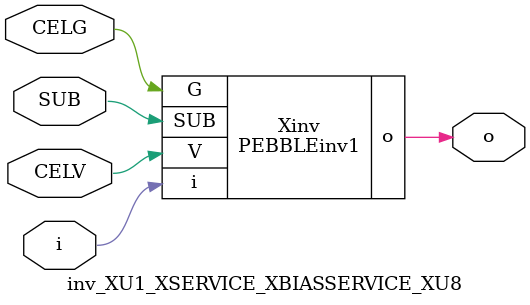
<source format=v>



module PEBBLEinv1 ( o, G, SUB, V, i );

  input V;
  input i;
  input G;
  output o;
  input SUB;
endmodule

//Celera Confidential Do Not Copy inv_XU1_XSERVICE_XBIASSERVICE_XU8
//Celera Confidential Symbol Generator
//5V Inverter
module inv_XU1_XSERVICE_XBIASSERVICE_XU8 (CELV,CELG,i,o,SUB);
input CELV;
input CELG;
input i;
input SUB;
output o;

//Celera Confidential Do Not Copy inv
PEBBLEinv1 Xinv(
.V (CELV),
.i (i),
.o (o),
.SUB (SUB),
.G (CELG)
);
//,diesize,PEBBLEinv1

//Celera Confidential Do Not Copy Module End
//Celera Schematic Generator
endmodule

</source>
